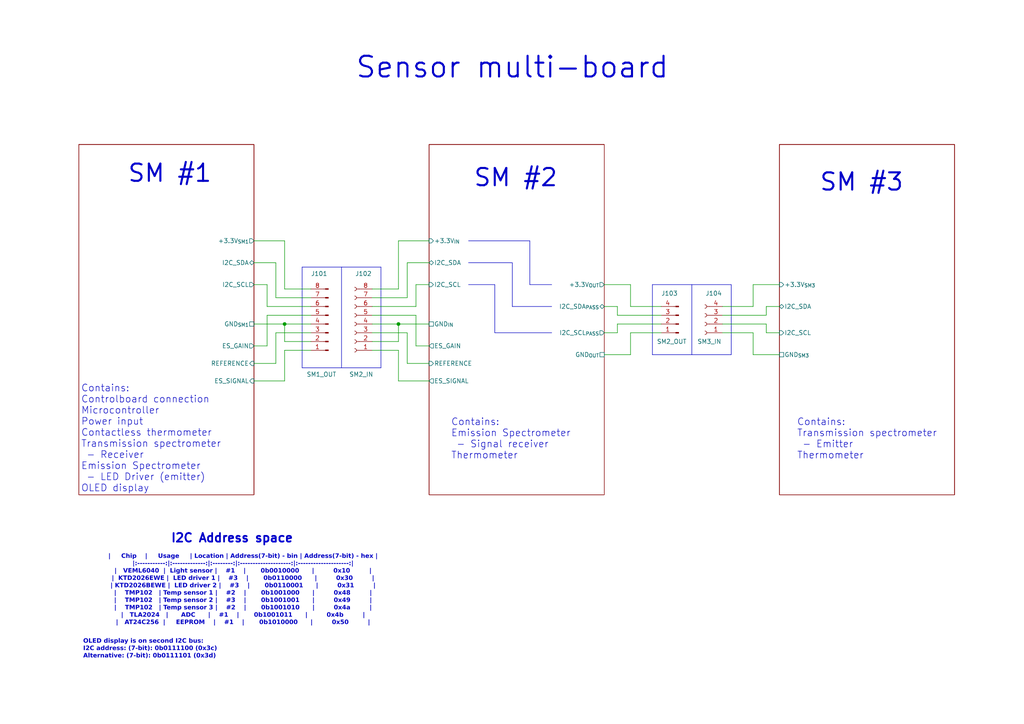
<source format=kicad_sch>
(kicad_sch (version 20231120) (generator "eeschema") (generator_version "8.0")
  (paper "A4")
  (title_block (title "Sensor multi-board") (date "2024-06-17") (rev "${VERSION}") (company "TrendBit s.r.o.") (comment 1 "Designed by: Petr Malaník"))
  (lib_symbols
    (symbol "Connector:Conn_01x04_Pin" (pin_names (offset 1.016) hide)
      (property "Reference" "J" (at 0 5.08 0))
      (property "Value" "Conn_01x04_Pin" (at 0 -7.62 0))
      (symbol "Conn_01x04_Pin_1_1"
        (polyline (pts (xy 1.27 -5.08) (xy 0.8636 -5.08)) (stroke (width 0.1524)))
        (polyline (pts (xy 1.27 -2.54) (xy 0.8636 -2.54)) (stroke (width 0.1524)))
        (polyline (pts (xy 1.27 0) (xy 0.8636 0)) (stroke (width 0.1524)))
        (polyline (pts (xy 1.27 2.54) (xy 0.8636 2.54)) (stroke (width 0.1524)))
        (rectangle (start 0.8636 -4.953) (end 0 -5.207) (stroke (width 0.1524)) (fill (type outline)))
        (rectangle (start 0.8636 -2.413) (end 0 -2.667) (stroke (width 0.1524)) (fill (type outline)))
        (rectangle (start 0.8636 0.127) (end 0 -0.127) (stroke (width 0.1524)) (fill (type outline)))
        (rectangle (start 0.8636 2.667) (end 0 2.413) (stroke (width 0.1524)) (fill (type outline)))
        (pin passive line (at 5.08 2.54 180) (length 3.81) (name "Pin_1") (number "1"))
        (pin passive line (at 5.08 0 180) (length 3.81) (name "Pin_2") (number "2"))
        (pin passive line (at 5.08 -2.54 180) (length 3.81) (name "Pin_3") (number "3"))
        (pin passive line (at 5.08 -5.08 180) (length 3.81) (name "Pin_4") (number "4"))
      )
    )
    (symbol "Connector:Conn_01x04_Socket" (pin_names (offset 1.016) hide)
      (property "Reference" "J" (at 0 5.08 0))
      (property "Value" "Conn_01x04_Socket" (at 0 -7.62 0))
      (symbol "Conn_01x04_Socket_1_1"
        (arc (start 0 -4.572) (mid -0.5058 -5.08) (end 0 -5.588) (stroke (width 0.1524)))
        (arc (start 0 -2.032) (mid -0.5058 -2.54) (end 0 -3.048) (stroke (width 0.1524)))
        (polyline (pts (xy -1.27 -5.08) (xy -0.508 -5.08)) (stroke (width 0.1524)))
        (polyline (pts (xy -1.27 -2.54) (xy -0.508 -2.54)) (stroke (width 0.1524)))
        (polyline (pts (xy -1.27 0) (xy -0.508 0)) (stroke (width 0.1524)))
        (polyline (pts (xy -1.27 2.54) (xy -0.508 2.54)) (stroke (width 0.1524)))
        (arc (start 0 0.508) (mid -0.5058 0) (end 0 -0.508) (stroke (width 0.1524)))
        (arc (start 0 3.048) (mid -0.5058 2.54) (end 0 2.032) (stroke (width 0.1524)))
        (pin passive line (at -5.08 2.54 0) (length 3.81) (name "Pin_1") (number "1"))
        (pin passive line (at -5.08 0 0) (length 3.81) (name "Pin_2") (number "2"))
        (pin passive line (at -5.08 -2.54 0) (length 3.81) (name "Pin_3") (number "3"))
        (pin passive line (at -5.08 -5.08 0) (length 3.81) (name "Pin_4") (number "4"))
      )
    )
    (symbol "Connector:Conn_01x08_Pin" (pin_names (offset 1.016) hide)
      (property "Reference" "J" (at 0 10.16 0))
      (property "Value" "Conn_01x08_Pin" (at 0 -12.7 0))
      (symbol "Conn_01x08_Pin_1_1"
        (polyline (pts (xy 1.27 -10.16) (xy 0.8636 -10.16)) (stroke (width 0.1524)))
        (polyline (pts (xy 1.27 -7.62) (xy 0.8636 -7.62)) (stroke (width 0.1524)))
        (polyline (pts (xy 1.27 -5.08) (xy 0.8636 -5.08)) (stroke (width 0.1524)))
        (polyline (pts (xy 1.27 -2.54) (xy 0.8636 -2.54)) (stroke (width 0.1524)))
        (polyline (pts (xy 1.27 0) (xy 0.8636 0)) (stroke (width 0.1524)))
        (polyline (pts (xy 1.27 2.54) (xy 0.8636 2.54)) (stroke (width 0.1524)))
        (polyline (pts (xy 1.27 5.08) (xy 0.8636 5.08)) (stroke (width 0.1524)))
        (polyline (pts (xy 1.27 7.62) (xy 0.8636 7.62)) (stroke (width 0.1524)))
        (rectangle (start 0.8636 -10.033) (end 0 -10.287) (stroke (width 0.1524)) (fill (type outline)))
        (rectangle (start 0.8636 -7.493) (end 0 -7.747) (stroke (width 0.1524)) (fill (type outline)))
        (rectangle (start 0.8636 -4.953) (end 0 -5.207) (stroke (width 0.1524)) (fill (type outline)))
        (rectangle (start 0.8636 -2.413) (end 0 -2.667) (stroke (width 0.1524)) (fill (type outline)))
        (rectangle (start 0.8636 0.127) (end 0 -0.127) (stroke (width 0.1524)) (fill (type outline)))
        (rectangle (start 0.8636 2.667) (end 0 2.413) (stroke (width 0.1524)) (fill (type outline)))
        (rectangle (start 0.8636 5.207) (end 0 4.953) (stroke (width 0.1524)) (fill (type outline)))
        (rectangle (start 0.8636 7.747) (end 0 7.493) (stroke (width 0.1524)) (fill (type outline)))
        (pin passive line (at 5.08 7.62 180) (length 3.81) (name "Pin_1") (number "1"))
        (pin passive line (at 5.08 5.08 180) (length 3.81) (name "Pin_2") (number "2"))
        (pin passive line (at 5.08 2.54 180) (length 3.81) (name "Pin_3") (number "3"))
        (pin passive line (at 5.08 0 180) (length 3.81) (name "Pin_4") (number "4"))
        (pin passive line (at 5.08 -2.54 180) (length 3.81) (name "Pin_5") (number "5"))
        (pin passive line (at 5.08 -5.08 180) (length 3.81) (name "Pin_6") (number "6"))
        (pin passive line (at 5.08 -7.62 180) (length 3.81) (name "Pin_7") (number "7"))
        (pin passive line (at 5.08 -10.16 180) (length 3.81) (name "Pin_8") (number "8"))
      )
    )
    (symbol "Connector:Conn_01x08_Socket" (pin_names (offset 1.016) hide)
      (property "Reference" "J" (at 0 10.16 0))
      (property "Value" "Conn_01x08_Socket" (at 0 -12.7 0))
      (symbol "Conn_01x08_Socket_1_1"
        (arc (start 0 -9.652) (mid -0.5058 -10.16) (end 0 -10.668) (stroke (width 0.1524)))
        (arc (start 0 -7.112) (mid -0.5058 -7.62) (end 0 -8.128) (stroke (width 0.1524)))
        (arc (start 0 -4.572) (mid -0.5058 -5.08) (end 0 -5.588) (stroke (width 0.1524)))
        (arc (start 0 -2.032) (mid -0.5058 -2.54) (end 0 -3.048) (stroke (width 0.1524)))
        (polyline (pts (xy -1.27 -10.16) (xy -0.508 -10.16)) (stroke (width 0.1524)))
        (polyline (pts (xy -1.27 -7.62) (xy -0.508 -7.62)) (stroke (width 0.1524)))
        (polyline (pts (xy -1.27 -5.08) (xy -0.508 -5.08)) (stroke (width 0.1524)))
        (polyline (pts (xy -1.27 -2.54) (xy -0.508 -2.54)) (stroke (width 0.1524)))
        (polyline (pts (xy -1.27 0) (xy -0.508 0)) (stroke (width 0.1524)))
        (polyline (pts (xy -1.27 2.54) (xy -0.508 2.54)) (stroke (width 0.1524)))
        (polyline (pts (xy -1.27 5.08) (xy -0.508 5.08)) (stroke (width 0.1524)))
        (polyline (pts (xy -1.27 7.62) (xy -0.508 7.62)) (stroke (width 0.1524)))
        (arc (start 0 0.508) (mid -0.5058 0) (end 0 -0.508) (stroke (width 0.1524)))
        (arc (start 0 3.048) (mid -0.5058 2.54) (end 0 2.032) (stroke (width 0.1524)))
        (arc (start 0 5.588) (mid -0.5058 5.08) (end 0 4.572) (stroke (width 0.1524)))
        (arc (start 0 8.128) (mid -0.5058 7.62) (end 0 7.112) (stroke (width 0.1524)))
        (pin passive line (at -5.08 7.62 0) (length 3.81) (name "Pin_1") (number "1"))
        (pin passive line (at -5.08 5.08 0) (length 3.81) (name "Pin_2") (number "2"))
        (pin passive line (at -5.08 2.54 0) (length 3.81) (name "Pin_3") (number "3"))
        (pin passive line (at -5.08 0 0) (length 3.81) (name "Pin_4") (number "4"))
        (pin passive line (at -5.08 -2.54 0) (length 3.81) (name "Pin_5") (number "5"))
        (pin passive line (at -5.08 -5.08 0) (length 3.81) (name "Pin_6") (number "6"))
        (pin passive line (at -5.08 -7.62 0) (length 3.81) (name "Pin_7") (number "7"))
        (pin passive line (at -5.08 -10.16 0) (length 3.81) (name "Pin_8") (number "8"))
      )
    )
  )
  (junction (at 115.57 93.98))
  (junction (at 82.55 93.98))
  (wire (pts (xy 82.55 83.82) (xy 82.55 69.85)))
  (wire (pts (xy 115.57 69.85) (xy 124.46 69.85)))
  (polyline (pts (xy 189.23 82.55) (xy 212.09 82.55)))
  (wire (pts (xy 80.01 96.52) (xy 80.01 105.41)))
  (polyline (pts (xy 212.09 102.87) (xy 189.23 102.87)))
  (wire (pts (xy 77.47 88.9) (xy 77.47 82.55)))
  (wire (pts (xy 120.65 88.9) (xy 120.65 82.55)))
  (wire (pts (xy 107.95 86.36) (xy 118.11 86.36)))
  (wire (pts (xy 118.11 76.2) (xy 124.46 76.2)))
  (wire (pts (xy 90.17 86.36) (xy 80.01 86.36)))
  (wire (pts (xy 175.26 96.52) (xy 179.07 96.52)))
  (polyline (pts (xy 148.59 76.2) (xy 148.59 88.9)))
  (wire (pts (xy 120.65 91.44) (xy 107.95 91.44)))
  (wire (pts (xy 218.44 88.9) (xy 218.44 82.55)))
  (wire (pts (xy 107.95 101.6) (xy 115.57 101.6)))
  (polyline (pts (xy 135.89 82.55) (xy 143.51 82.55)))
  (wire (pts (xy 115.57 83.82) (xy 115.57 69.85)))
  (wire (pts (xy 82.55 99.06) (xy 82.55 93.98)))
  (wire (pts (xy 77.47 91.44) (xy 90.17 91.44)))
  (wire (pts (xy 77.47 100.33) (xy 77.47 91.44)))
  (wire (pts (xy 73.66 93.98) (xy 82.55 93.98)))
  (wire (pts (xy 209.55 96.52) (xy 218.44 96.52)))
  (wire (pts (xy 182.88 88.9) (xy 191.77 88.9)))
  (wire (pts (xy 107.95 93.98) (xy 115.57 93.98)))
  (wire (pts (xy 107.95 83.82) (xy 115.57 83.82)))
  (polyline (pts (xy 87.63 77.47) (xy 87.63 106.68)))
  (wire (pts (xy 120.65 82.55) (xy 124.46 82.55)))
  (wire (pts (xy 120.65 100.33) (xy 124.46 100.33)))
  (wire (pts (xy 80.01 86.36) (xy 80.01 76.2)))
  (wire (pts (xy 107.95 99.06) (xy 115.57 99.06)))
  (wire (pts (xy 179.07 93.98) (xy 179.07 96.52)))
  (polyline (pts (xy 212.09 82.55) (xy 212.09 102.87)))
  (wire (pts (xy 82.55 69.85) (xy 73.66 69.85)))
  (polyline (pts (xy 110.49 106.68) (xy 87.63 106.68)))
  (wire (pts (xy 182.88 88.9) (xy 182.88 82.55)))
  (wire (pts (xy 90.17 96.52) (xy 80.01 96.52)))
  (wire (pts (xy 73.66 100.33) (xy 77.47 100.33)))
  (wire (pts (xy 115.57 93.98) (xy 115.57 99.06)))
  (wire (pts (xy 226.06 96.52) (xy 222.25 96.52)))
  (wire (pts (xy 209.55 93.98) (xy 222.25 93.98)))
  (wire (pts (xy 218.44 96.52) (xy 218.44 102.87)))
  (wire (pts (xy 80.01 76.2) (xy 73.66 76.2)))
  (polyline (pts (xy 160.02 82.55) (xy 153.67 82.55)))
  (wire (pts (xy 118.11 86.36) (xy 118.11 76.2)))
  (polyline (pts (xy 135.89 76.2) (xy 148.59 76.2)))
  (wire (pts (xy 82.55 93.98) (xy 90.17 93.98)))
  (wire (pts (xy 175.26 82.55) (xy 182.88 82.55)))
  (polyline (pts (xy 160.02 96.52) (xy 143.51 96.52)))
  (wire (pts (xy 115.57 93.98) (xy 124.46 93.98)))
  (polyline (pts (xy 87.63 77.47) (xy 110.49 77.47)))
  (wire (pts (xy 120.65 91.44) (xy 120.65 100.33)))
  (wire (pts (xy 222.25 91.44) (xy 222.25 88.9)))
  (wire (pts (xy 80.01 105.41) (xy 73.66 105.41)))
  (wire (pts (xy 179.07 91.44) (xy 191.77 91.44)))
  (polyline (pts (xy 99.06 77.47) (xy 99.06 106.68)))
  (wire (pts (xy 107.95 88.9) (xy 120.65 88.9)))
  (polyline (pts (xy 135.89 69.85) (xy 153.67 69.85)))
  (polyline (pts (xy 200.66 82.55) (xy 200.66 102.87)))
  (wire (pts (xy 226.06 102.87) (xy 218.44 102.87)))
  (wire (pts (xy 182.88 96.52) (xy 191.77 96.52)))
  (wire (pts (xy 90.17 99.06) (xy 82.55 99.06)))
  (polyline (pts (xy 189.23 82.55) (xy 189.23 102.87)))
  (wire (pts (xy 107.95 96.52) (xy 118.11 96.52)))
  (wire (pts (xy 115.57 110.49) (xy 124.46 110.49)))
  (wire (pts (xy 90.17 83.82) (xy 82.55 83.82)))
  (wire (pts (xy 77.47 82.55) (xy 73.66 82.55)))
  (wire (pts (xy 118.11 96.52) (xy 118.11 105.41)))
  (wire (pts (xy 175.26 102.87) (xy 182.88 102.87)))
  (wire (pts (xy 82.55 101.6) (xy 82.55 110.49)))
  (wire (pts (xy 209.55 88.9) (xy 218.44 88.9)))
  (wire (pts (xy 182.88 96.52) (xy 182.88 102.87)))
  (wire (pts (xy 82.55 110.49) (xy 73.66 110.49)))
  (polyline (pts (xy 143.51 96.52) (xy 143.51 82.55)))
  (wire (pts (xy 226.06 82.55) (xy 218.44 82.55)))
  (wire (pts (xy 179.07 93.98) (xy 191.77 93.98)))
  (wire (pts (xy 209.55 91.44) (xy 222.25 91.44)))
  (wire (pts (xy 82.55 101.6) (xy 90.17 101.6)))
  (wire (pts (xy 179.07 91.44) (xy 179.07 88.9)))
  (wire (pts (xy 175.26 88.9) (xy 179.07 88.9)))
  (wire (pts (xy 222.25 93.98) (xy 222.25 96.52)))
  (wire (pts (xy 115.57 101.6) (xy 115.57 110.49)))
  (polyline (pts (xy 153.67 82.55) (xy 153.67 69.85)))
  (wire (pts (xy 118.11 105.41) (xy 124.46 105.41)))
  (wire (pts (xy 226.06 88.9) (xy 222.25 88.9)))
  (polyline (pts (xy 148.59 88.9) (xy 160.02 88.9)))
  (wire (pts (xy 90.17 88.9) (xy 77.47 88.9)))
  (polyline (pts (xy 110.49 77.47) (xy 110.49 106.68)))
  (text "SM #2" (at 137.16 54.61 0) (effects (font (size 5 5) (thickness 0.6) (bold yes)) (justify left bottom)))
  (text "Contains:\nControlboard connection\nMicrocontroller\nPower input\nContactless thermometer\nTransmission spectrometer\n - Receiver\nEmission Spectrometer\n - LED Driver (emitter)\nOLED display" (at 23.495 142.875 0) (effects (font (size 2 2)) (justify left bottom)))
  (text "|     Chip    |     Usage     | Location | Address(7-bit) - bin | Address(7-bit) - hex |\n|:-----------:|:-------------:|:--------:|:--------------------:|:--------------------:|\n|   VEML6040  |  Light sensor |    #1    |       0b0010000      |         0x10         |\n|  KTD2026EWE |  LED driver 1 |    #3    |       0b0110000      |         0x30         |\n| KTD2026BEWE |  LED driver 2 |    #3    |       0b0110001      |         0x31         |\n|    TMP102   | Temp sensor 1 |    #2    |       0b1001000      |         0x48         |\n|    TMP102   | Temp sensor 2 |    #3    |       0b1001001      |         0x49         |\n|    TMP102   | Temp sensor 3 |    #2    |       0b1001010      |         0x4a         |\n|   TLA2024   |      ADC      |    #1    |       0b1001011      |         0x4b         |\n|   AT24C256  |     EEPROM    |    #1    |       0b1010000      |         0x50         |" (at 70.485 171.45 0) (effects (font (size 1.27 1.27) (bold yes))))
  (text "Sensor multi-board" (at 148.59 19.685 0) (effects (font (size 6 6) (thickness 0.6) (bold yes))))
  (text "Contains:\nEmission Spectrometer\n - Signal receiver\nThermometer" (at 130.81 133.35 0) (effects (font (size 2 2)) (justify left bottom)))
  (text "SM #3" (at 237.49 55.88 0) (effects (font (size 5 5) (thickness 0.6) (bold yes)) (justify left bottom)))
  (text "I2C Address space" (at 67.31 156.21 0) (effects (font (size 2.5 2.5) (bold yes))))
  (text "SM #1" (at 36.83 53.34 0) (effects (font (size 5 5) (thickness 0.6) (bold yes)) (justify left bottom)))
  (text "OLED display is on second I2C bus:\nI2C address: (7-bit): 0b0111100 (0x3c)\nAlternative: (7-bit): 0b0111101 (0x3d)" (at 24.13 188.595 0) (effects (font (size 1.27 1.27) (bold yes)) (justify left)))
  (text "Contains:\nTransmission spectrometer\n - Emitter\nThermometer" (at 231.14 133.35 0) (effects (font (size 2 2)) (justify left bottom)))
  (symbol (lib_id "Connector:Conn_01x04_Socket") (at 204.47 93.98 180) (unit 1)
    (property "Reference" "J104" (at 207.01 85.09 0))
    (property "Value" "SM3_IN" (at 205.74 99.06 0))
    (property "Footprint" "TCY_connectors:PinSocket_1x04_P2.54mm_Horizontal_SMD" (effects (hide yes)))
    (property "Description" "Generic connector, single row, 01x04, script generated" (effects (hide yes)))
    (property "LCSC" "C5142237" (effects (hide yes)))
    (property "MPN" " X6511FRS-04-C85D30" (effects (hide yes)))
  )
  (symbol (lib_id "Connector:Conn_01x08_Socket") (at 102.87 93.98 180) (unit 1)
    (property "Reference" "J102" (at 105.41 79.375 0))
    (property "Value" "SM2_IN" (at 104.775 108.585 0))
    (property "Footprint" "TCY_connectors:PinSocket_1x08_P2.54mm_Horizontal_SMD" (effects (hide yes)))
    (property "Description" "Generic connector, single row, 01x08, script generated" (effects (hide yes)))
    (property "LCSC" "C5142241" (effects (hide yes)))
    (property "MPN" "X6511FRS-08-C85D30" (effects (hide yes)))
  )
  (symbol (lib_id "Connector:Conn_01x08_Pin") (at 95.25 93.98 180) (unit 1)
    (property "Reference" "J101" (at 90.17 79.375 0) (effects (justify right)))
    (property "Value" "SM1_OUT" (at 88.9 108.585 0) (effects (justify right)))
    (property "Footprint" "Connector_PinHeader_2.54mm:PinHeader_1x08_P2.54mm_Vertical" (effects (hide yes)))
    (property "Description" "Generic connector, single row, 01x08, script generated" (effects (hide yes)))
    (property "LCSC" "C492407" (effects (hide yes)))
  )
  (symbol (lib_id "Connector:Conn_01x04_Pin") (at 196.85 93.98 180) (unit 1)
    (property "Reference" "J103" (at 191.77 85.09 0) (effects (justify right)))
    (property "Value" "SM2_OUT" (at 190.5 99.06 0) (effects (justify right)))
    (property "Footprint" "Connector_PinHeader_2.54mm:PinHeader_1x04_P2.54mm_Vertical" (effects (hide yes)))
    (property "Description" "Generic connector, single row, 01x04, script generated" (effects (hide yes)))
    (property "LCSC" "C2691448" (effects (hide yes)))
  )
  (sheet (at 226.06 41.91) (size 50.8 101.6) (stroke (width 0.1524))
    (property "Sheetname" "SM_3" (effects (hide yes)))
    (property "Sheetfile" "SM_3.kicad_sch" (effects (hide yes)))
    (pin "I2C_SCL" input (at 226.06 96.52 180))
    (pin "I2C_SDA" tri_state (at 226.06 88.9 180))
    (pin "GND_{SM3}" passive (at 226.06 102.87 180))
    (pin "+3.3V_{SM3}" input (at 226.06 82.55 180))
  )
  (sheet (at 22.86 41.91) (size 50.8 101.6) (stroke (width 0.1524))
    (property "Sheetname" "SM_1" (effects (hide yes)))
    (property "Sheetfile" "SM_1.kicad_sch" (effects (hide yes)))
    (pin "I2C_SCL" output (at 73.66 82.55 0))
    (pin "I2C_SDA" tri_state (at 73.66 76.2 0))
    (pin "ES_SIGNAL" input (at 73.66 110.49 0))
    (pin "+3.3V_{SM1}" output (at 73.66 69.85 0))
    (pin "GND_{SM1}" passive (at 73.66 93.98 0))
    (pin "ES_GAIN" output (at 73.66 100.33 0))
    (pin "REFERENCE" input (at 73.66 105.41 0))
  )
  (sheet (at 124.46 41.91) (size 50.8 101.6) (stroke (width 0.1524))
    (property "Sheetname" "SM_2" (effects (hide yes)))
    (property "Sheetfile" "SM_2.kicad_sch" (effects (hide yes)))
    (pin "I2C_SDA" tri_state (at 124.46 76.2 180))
    (pin "I2C_SCL" input (at 124.46 82.55 180))
    (pin "I2C_SCL_{PASS}" output (at 175.26 96.52 0))
    (pin "I2C_SDA_{PASS}" tri_state (at 175.26 88.9 0))
    (pin "ES_SIGNAL" output (at 124.46 110.49 180))
    (pin "GND_{IN}" passive (at 124.46 93.98 180))
    (pin "ES_GAIN" output (at 124.46 100.33 180))
    (pin "+3.3V_{IN}" input (at 124.46 69.85 180))
    (pin "GND_{OUT}" passive (at 175.26 102.87 0))
    (pin "+3.3V_{OUT}" output (at 175.26 82.55 0))
    (pin "REFERENCE" input (at 124.46 105.41 180))
  )
)
</source>
